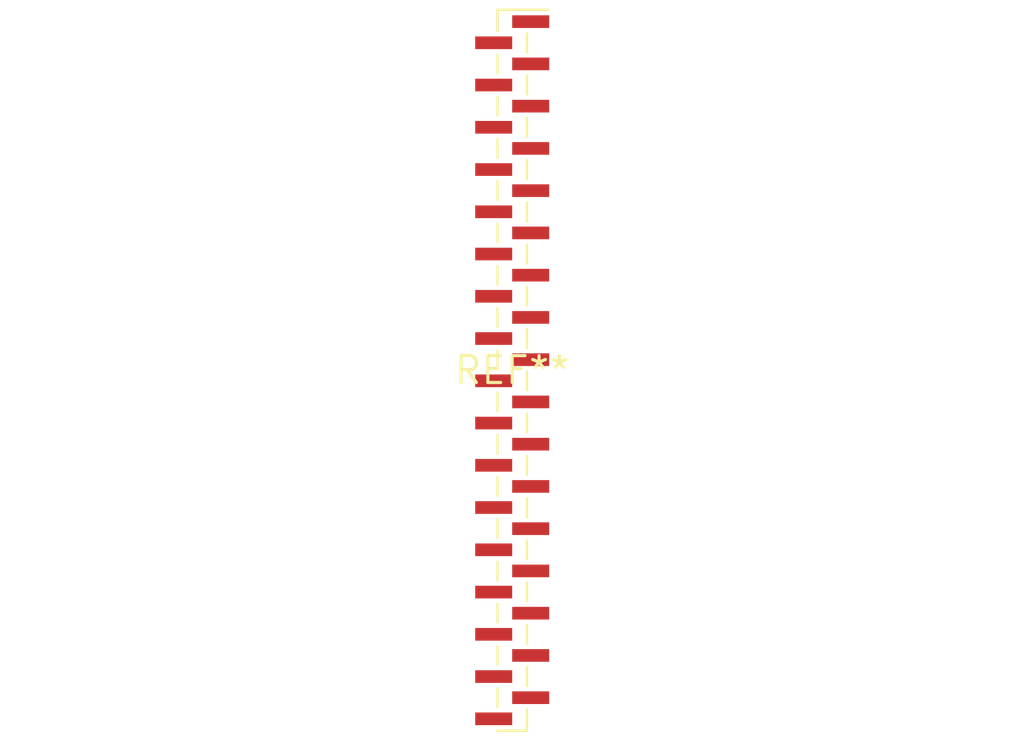
<source format=kicad_pcb>
(kicad_pcb (version 20240108) (generator pcbnew)
  (layers (0 "F.Cu" signal) (31 "B.Cu" signal) (34 "B.Paste" user) (35 "F.Paste" user) (36 "B.SilkS" user "B.Silkscreen") (37 "F.SilkS" user "F.Silkscreen") (38 "B.Mask" user) (39 "F.Mask" user) (44 "Edge.Cuts" user))
  (net 0 "")
  (footprint "PinHeader_1x34_P1.00mm_Vertical_SMD_Pin1Right" (layer "F.Cu") (at 0 0)
    (property "Reference" "REF**")
    (property "Value" "PinHeader_1x34_P1.00mm_Vertical_SMD_Pin1Right")
    (fp_line (start -0.695 -17.06) (end -0.695 -16.06) (layer "F.SilkS") (stroke (width 0.12)))
    (fp_line (start -0.695 -17.06) (end 0.695 -17.06) (layer "F.SilkS") (stroke (width 0.12)))
    (fp_line (start -0.695 -16.94) (end -0.695 -16.06) (layer "F.SilkS") (stroke (width 0.12)))
    (fp_line (start -0.695 -14.94) (end -0.695 -14.06) (layer "F.SilkS") (stroke (width 0.12)))
    (fp_line (start -0.695 -12.94) (end -0.695 -12.06) (layer "F.SilkS") (stroke (width 0.12)))
    (fp_line (start -0.695 -10.94) (end -0.695 -10.06) (layer "F.SilkS") (stroke (width 0.12)))
    (fp_line (start -0.695 -8.94) (end -0.695 -8.06) (layer "F.SilkS") (stroke (width 0.12)))
    (fp_line (start -0.695 -6.94) (end -0.695 -6.06) (layer "F.SilkS") (stroke (width 0.12)))
    (fp_line (start -0.695 -4.94) (end -0.695 -4.06) (layer "F.SilkS") (stroke (width 0.12)))
    (fp_line (start -0.695 -2.94) (end -0.695 -2.06) (layer "F.SilkS") (stroke (width 0.12)))
    (fp_line (start -0.695 -0.94) (end -0.695 -0.06) (layer "F.SilkS") (stroke (width 0.12)))
    (fp_line (start -0.695 1.06) (end -0.695 1.94) (layer "F.SilkS") (stroke (width 0.12)))
    (fp_line (start -0.695 3.06) (end -0.695 3.94) (layer "F.SilkS") (stroke (width 0.12)))
    (fp_line (start -0.695 5.06) (end -0.695 5.94) (layer "F.SilkS") (stroke (width 0.12)))
    (fp_line (start -0.695 7.06) (end -0.695 7.94) (layer "F.SilkS") (stroke (width 0.12)))
    (fp_line (start -0.695 9.06) (end -0.695 9.94) (layer "F.SilkS") (stroke (width 0.12)))
    (fp_line (start -0.695 11.06) (end -0.695 11.94) (layer "F.SilkS") (stroke (width 0.12)))
    (fp_line (start -0.695 13.06) (end -0.695 13.94) (layer "F.SilkS") (stroke (width 0.12)))
    (fp_line (start -0.695 15.06) (end -0.695 15.94) (layer "F.SilkS") (stroke (width 0.12)))
    (fp_line (start -0.695 17.06) (end -0.695 17.06) (layer "F.SilkS") (stroke (width 0.12)))
    (fp_line (start -0.695 17.06) (end 0.695 17.06) (layer "F.SilkS") (stroke (width 0.12)))
    (fp_line (start 0.695 -17.06) (end 0.695 -17.06) (layer "F.SilkS") (stroke (width 0.12)))
    (fp_line (start 0.695 -17.06) (end 1.69 -17.06) (layer "F.SilkS") (stroke (width 0.12)))
    (fp_line (start 0.695 -15.94) (end 0.695 -15.06) (layer "F.SilkS") (stroke (width 0.12)))
    (fp_line (start 0.695 -13.94) (end 0.695 -13.06) (layer "F.SilkS") (stroke (width 0.12)))
    (fp_line (start 0.695 -11.94) (end 0.695 -11.06) (layer "F.SilkS") (stroke (width 0.12)))
    (fp_line (start 0.695 -9.94) (end 0.695 -9.06) (layer "F.SilkS") (stroke (width 0.12)))
    (fp_line (start 0.695 -7.94) (end 0.695 -7.06) (layer "F.SilkS") (stroke (width 0.12)))
    (fp_line (start 0.695 -5.94) (end 0.695 -5.06) (layer "F.SilkS") (stroke (width 0.12)))
    (fp_line (start 0.695 -3.94) (end 0.695 -3.06) (layer "F.SilkS") (stroke (width 0.12)))
    (fp_line (start 0.695 -1.94) (end 0.695 -1.06) (layer "F.SilkS") (stroke (width 0.12)))
    (fp_line (start 0.695 0.06) (end 0.695 0.94) (layer "F.SilkS") (stroke (width 0.12)))
    (fp_line (start 0.695 2.06) (end 0.695 2.94) (layer "F.SilkS") (stroke (width 0.12)))
    (fp_line (start 0.695 4.06) (end 0.695 4.94) (layer "F.SilkS") (stroke (width 0.12)))
    (fp_line (start 0.695 6.06) (end 0.695 6.94) (layer "F.SilkS") (stroke (width 0.12)))
    (fp_line (start 0.695 8.06) (end 0.695 8.94) (layer "F.SilkS") (stroke (width 0.12)))
    (fp_line (start 0.695 10.06) (end 0.695 10.94) (layer "F.SilkS") (stroke (width 0.12)))
    (fp_line (start 0.695 12.06) (end 0.695 12.94) (layer "F.SilkS") (stroke (width 0.12)))
    (fp_line (start 0.695 14.06) (end 0.695 14.94) (layer "F.SilkS") (stroke (width 0.12)))
    (fp_line (start 0.695 16.06) (end 0.695 17.06) (layer "F.SilkS") (stroke (width 0.12)))
    (pad "1" smd rect (at 0.875 -16.5) (size 1.75 0.6) (layers "F.Cu" "F.Paste" "F.Mask"))
    (pad "2" smd rect (at -0.875 -15.5) (size 1.75 0.6) (layers "F.Cu" "F.Paste" "F.Mask"))
    (pad "3" smd rect (at 0.875 -14.5) (size 1.75 0.6) (layers "F.Cu" "F.Paste" "F.Mask"))
    (pad "4" smd rect (at -0.875 -13.5) (size 1.75 0.6) (layers "F.Cu" "F.Paste" "F.Mask"))
    (pad "5" smd rect (at 0.875 -12.5) (size 1.75 0.6) (layers "F.Cu" "F.Paste" "F.Mask"))
    (pad "6" smd rect (at -0.875 -11.5) (size 1.75 0.6) (layers "F.Cu" "F.Paste" "F.Mask"))
    (pad "7" smd rect (at 0.875 -10.5) (size 1.75 0.6) (layers "F.Cu" "F.Paste" "F.Mask"))
    (pad "8" smd rect (at -0.875 -9.5) (size 1.75 0.6) (layers "F.Cu" "F.Paste" "F.Mask"))
    (pad "9" smd rect (at 0.875 -8.5) (size 1.75 0.6) (layers "F.Cu" "F.Paste" "F.Mask"))
    (pad "10" smd rect (at -0.875 -7.5) (size 1.75 0.6) (layers "F.Cu" "F.Paste" "F.Mask"))
    (pad "11" smd rect (at 0.875 -6.5) (size 1.75 0.6) (layers "F.Cu" "F.Paste" "F.Mask"))
    (pad "12" smd rect (at -0.875 -5.5) (size 1.75 0.6) (layers "F.Cu" "F.Paste" "F.Mask"))
    (pad "13" smd rect (at 0.875 -4.5) (size 1.75 0.6) (layers "F.Cu" "F.Paste" "F.Mask"))
    (pad "14" smd rect (at -0.875 -3.5) (size 1.75 0.6) (layers "F.Cu" "F.Paste" "F.Mask"))
    (pad "15" smd rect (at 0.875 -2.5) (size 1.75 0.6) (layers "F.Cu" "F.Paste" "F.Mask"))
    (pad "16" smd rect (at -0.875 -1.5) (size 1.75 0.6) (layers "F.Cu" "F.Paste" "F.Mask"))
    (pad "17" smd rect (at 0.875 -0.5) (size 1.75 0.6) (layers "F.Cu" "F.Paste" "F.Mask"))
    (pad "18" smd rect (at -0.875 0.5) (size 1.75 0.6) (layers "F.Cu" "F.Paste" "F.Mask"))
    (pad "19" smd rect (at 0.875 1.5) (size 1.75 0.6) (layers "F.Cu" "F.Paste" "F.Mask"))
    (pad "20" smd rect (at -0.875 2.5) (size 1.75 0.6) (layers "F.Cu" "F.Paste" "F.Mask"))
    (pad "21" smd rect (at 0.875 3.5) (size 1.75 0.6) (layers "F.Cu" "F.Paste" "F.Mask"))
    (pad "22" smd rect (at -0.875 4.5) (size 1.75 0.6) (layers "F.Cu" "F.Paste" "F.Mask"))
    (pad "23" smd rect (at 0.875 5.5) (size 1.75 0.6) (layers "F.Cu" "F.Paste" "F.Mask"))
    (pad "24" smd rect (at -0.875 6.5) (size 1.75 0.6) (layers "F.Cu" "F.Paste" "F.Mask"))
    (pad "25" smd rect (at 0.875 7.5) (size 1.75 0.6) (layers "F.Cu" "F.Paste" "F.Mask"))
    (pad "26" smd rect (at -0.875 8.5) (size 1.75 0.6) (layers "F.Cu" "F.Paste" "F.Mask"))
    (pad "27" smd rect (at 0.875 9.5) (size 1.75 0.6) (layers "F.Cu" "F.Paste" "F.Mask"))
    (pad "28" smd rect (at -0.875 10.5) (size 1.75 0.6) (layers "F.Cu" "F.Paste" "F.Mask"))
    (pad "29" smd rect (at 0.875 11.5) (size 1.75 0.6) (layers "F.Cu" "F.Paste" "F.Mask"))
    (pad "30" smd rect (at -0.875 12.5) (size 1.75 0.6) (layers "F.Cu" "F.Paste" "F.Mask"))
    (pad "31" smd rect (at 0.875 13.5) (size 1.75 0.6) (layers "F.Cu" "F.Paste" "F.Mask"))
    (pad "32" smd rect (at -0.875 14.5) (size 1.75 0.6) (layers "F.Cu" "F.Paste" "F.Mask"))
    (pad "33" smd rect (at 0.875 15.5) (size 1.75 0.6) (layers "F.Cu" "F.Paste" "F.Mask"))
    (pad "34" smd rect (at -0.875 16.5) (size 1.75 0.6) (layers "F.Cu" "F.Paste" "F.Mask"))
  )
)
</source>
